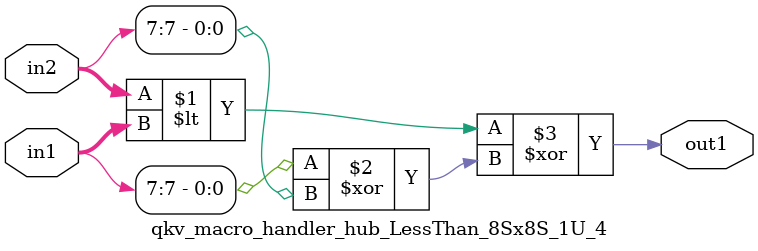
<source format=v>

`timescale 1ps / 1ps


module qkv_macro_handler_hub_LessThan_8Sx8S_1U_4( in2, in1, out1 );

    input [7:0] in2;
    input [7:0] in1;
    output out1;

    
    // rtl_process:qkv_macro_handler_hub_LessThan_8Sx8S_1U_4/qkv_macro_handler_hub_LessThan_8Sx8S_1U_4_thread_1
    assign out1 = (in2 < in1 ^ (in1[7] ^ in2[7]));

endmodule


</source>
